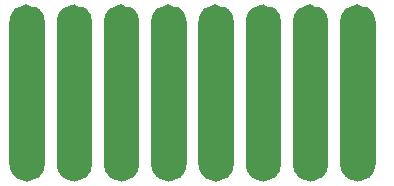
<source format=gbr>
%TF.GenerationSoftware,KiCad,Pcbnew,6.0.8-f2edbf62ab~116~ubuntu22.04.1*%
%TF.CreationDate,2022-11-01T10:45:10+00:00*%
%TF.ProjectId,cleverhand_emg,636c6576-6572-4686-916e-645f656d672e,3.0*%
%TF.SameCoordinates,Original*%
%TF.FileFunction,Soldermask,Bot*%
%TF.FilePolarity,Negative*%
%FSLAX46Y46*%
G04 Gerber Fmt 4.6, Leading zero omitted, Abs format (unit mm)*
G04 Created by KiCad (PCBNEW 6.0.8-f2edbf62ab~116~ubuntu22.04.1) date 2022-11-01 10:45:10*
%MOMM*%
%LPD*%
G01*
G04 APERTURE LIST*
%ADD10C,1.500000*%
G04 APERTURE END LIST*
G36*
X142000000Y-95000000D02*
G01*
X145000000Y-95000000D01*
X145000000Y-107000000D01*
X142000000Y-107000000D01*
X142000000Y-95000000D01*
G37*
D10*
X144250000Y-107000000D02*
G75*
G03*
X144250000Y-107000000I-750000J0D01*
G01*
X144250000Y-95000000D02*
G75*
G03*
X144250000Y-95000000I-750000J0D01*
G01*
G36*
X146000000Y-95000000D02*
G01*
X149000000Y-95000000D01*
X149000000Y-107000000D01*
X146000000Y-107000000D01*
X146000000Y-95000000D01*
G37*
X148250000Y-107000000D02*
G75*
G03*
X148250000Y-107000000I-750000J0D01*
G01*
X148250000Y-95000000D02*
G75*
G03*
X148250000Y-95000000I-750000J0D01*
G01*
G36*
X150000000Y-95000000D02*
G01*
X153000000Y-95000000D01*
X153000000Y-107000000D01*
X150000000Y-107000000D01*
X150000000Y-95000000D01*
G37*
X152250000Y-107000000D02*
G75*
G03*
X152250000Y-107000000I-750000J0D01*
G01*
X152250000Y-95000000D02*
G75*
G03*
X152250000Y-95000000I-750000J0D01*
G01*
G36*
X154000000Y-95000000D02*
G01*
X157000000Y-95000000D01*
X157000000Y-107000000D01*
X154000000Y-107000000D01*
X154000000Y-95000000D01*
G37*
X156250000Y-107000000D02*
G75*
G03*
X156250000Y-107000000I-750000J0D01*
G01*
X156250000Y-95000000D02*
G75*
G03*
X156250000Y-95000000I-750000J0D01*
G01*
G36*
X158000000Y-95000000D02*
G01*
X161000000Y-95000000D01*
X161000000Y-107000000D01*
X158000000Y-107000000D01*
X158000000Y-95000000D01*
G37*
X160250000Y-107000000D02*
G75*
G03*
X160250000Y-107000000I-750000J0D01*
G01*
X160250000Y-95000000D02*
G75*
G03*
X160250000Y-95000000I-750000J0D01*
G01*
G36*
X162000000Y-95000000D02*
G01*
X165000000Y-95000000D01*
X165000000Y-107000000D01*
X162000000Y-107000000D01*
X162000000Y-95000000D01*
G37*
X164250000Y-107000000D02*
G75*
G03*
X164250000Y-107000000I-750000J0D01*
G01*
X164250000Y-95000000D02*
G75*
G03*
X164250000Y-95000000I-750000J0D01*
G01*
G36*
X166000000Y-95000000D02*
G01*
X169000000Y-95000000D01*
X169000000Y-107000000D01*
X166000000Y-107000000D01*
X166000000Y-95000000D01*
G37*
X168250000Y-107000000D02*
G75*
G03*
X168250000Y-107000000I-750000J0D01*
G01*
X168250000Y-95000000D02*
G75*
G03*
X168250000Y-95000000I-750000J0D01*
G01*
G36*
X170000000Y-95000000D02*
G01*
X173000000Y-95000000D01*
X173000000Y-107000000D01*
X170000000Y-107000000D01*
X170000000Y-95000000D01*
G37*
X172250000Y-107000000D02*
G75*
G03*
X172250000Y-107000000I-750000J0D01*
G01*
X172250000Y-95000000D02*
G75*
G03*
X172250000Y-95000000I-750000J0D01*
G01*
M02*

</source>
